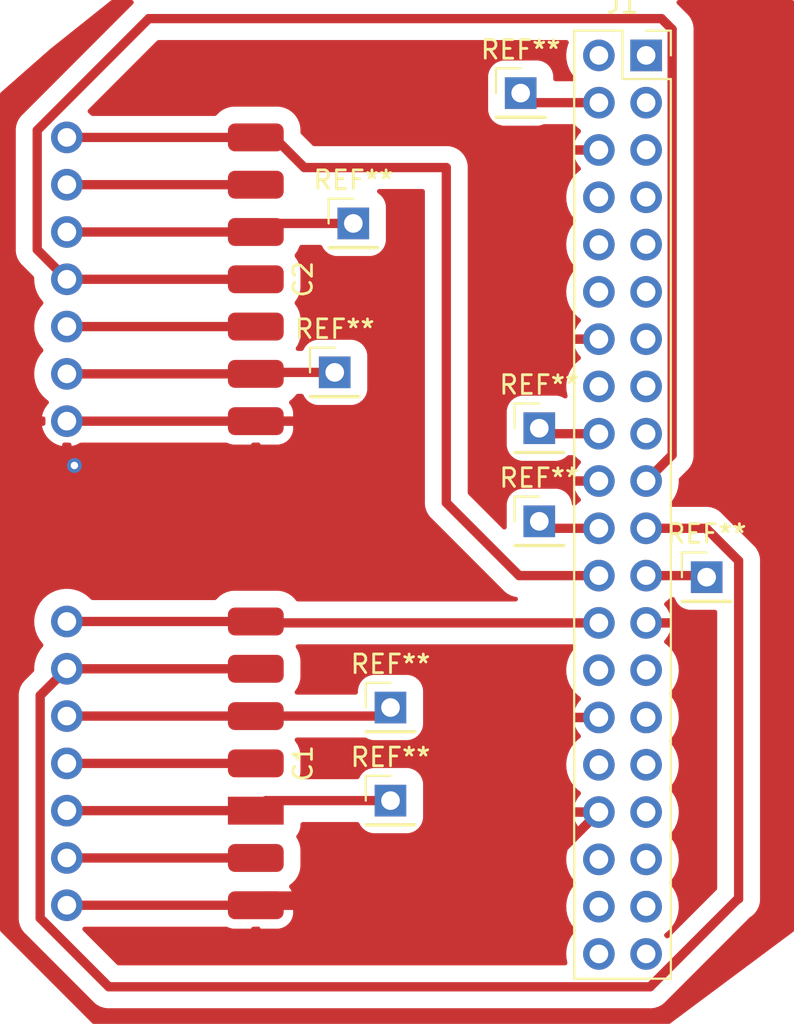
<source format=kicad_pcb>
(kicad_pcb (version 20211014) (generator pcbnew)
  (layers (0 "F.Cu" signal) (31 "B.Cu" signal) (39 "F.Mask" user) (44 "Edge.Cuts" user))
  (net 0 "")
  (net 1 "GND")
  (net 2 "Net-(C1-Pad2)")
  (net 3 "Net-(C1-Pad3)")
  (net 4 "Net-(C1-Pad4)")
  (net 5 "Net-(C1-Pad5)")
  (net 6 "Net-(C1-Pad6)")
  (net 7 "Net-(C1-Pad7)")
  (net 8 "Net-(C2-Pad5)")
  (net 9 "Net-(C2-Pad7)")
  (footprint "Connector_PinHeader_2.54mm:PinHeader_1x01_P2.54mm_Vertical" (layer "F.Cu") (at 49 67)
    (fp_text reference "REF**" (at 0 -2.33) (layer "F.SilkS"))
    (fp_text value "PinHeader_1x01_P2.54mm_Vertical")
    (fp_line (start -1.33 0) (end -1.33 -1.33) (layer "F.SilkS") (width 0.12))
    (fp_line (start -1.33 -1.33) (end 0 -1.33) (layer "F.SilkS") (width 0.12))
    (fp_line (start -1.33 1.27) (end -1.33 1.33) (layer "F.SilkS") (width 0.12))
    (fp_line (start -1.33 1.33) (end 1.33 1.33) (layer "F.SilkS") (width 0.12))
    (fp_line (start 1.33 1.27) (end 1.33 1.33) (layer "F.SilkS") (width 0.12))
    (fp_line (start -1.33 1.27) (end 1.33 1.27) (layer "F.SilkS") (width 0.12))
    (pad "1" thru_hole rect (at 0 0) (size 1.7 1.7) (drill 1) (layers *.Cu *.Mask))
  )
  (footprint "Connector_PinHeader_2.54mm:PinHeader_1x01_P2.54mm_Vertical" (layer "F.Cu") (at 46 49)
    (fp_text reference "REF**" (at 0 -2.33) (layer "F.SilkS"))
    (fp_text value "PinHeader_1x01_P2.54mm_Vertical")
    (fp_line (start 1.33 1.27) (end 1.33 1.33) (layer "F.SilkS") (width 0.12))
    (fp_line (start -1.33 -1.33) (end 0 -1.33) (layer "F.SilkS") (width 0.12))
    (fp_line (start -1.33 1.27) (end 1.33 1.27) (layer "F.SilkS") (width 0.12))
    (fp_line (start -1.33 1.27) (end -1.33 1.33) (layer "F.SilkS") (width 0.12))
    (fp_line (start -1.33 1.33) (end 1.33 1.33) (layer "F.SilkS") (width 0.12))
    (fp_line (start -1.33 0) (end -1.33 -1.33) (layer "F.SilkS") (width 0.12))
    (pad "1" thru_hole rect (at 0 0) (size 1.7 1.7) (drill 1) (layers *.Cu *.Mask) (net 2 "Net-(C1-Pad2)"))
  )
  (footprint "Connector_PinHeader_2.54mm:PinHeader_1x01_P2.54mm_Vertical" (layer "F.Cu") (at 56 34)
    (fp_text reference "REF**" (at 0 -2.33) (layer "F.SilkS"))
    (fp_text value "PinHeader_1x01_P2.54mm_Vertical")
    (fp_line (start -1.33 0) (end -1.33 -1.33) (layer "F.SilkS") (width 0.12))
    (fp_line (start -1.33 1.33) (end 1.33 1.33) (layer "F.SilkS") (width 0.12))
    (fp_line (start -1.33 1.27) (end -1.33 1.33) (layer "F.SilkS") (width 0.12))
    (fp_line (start -1.33 -1.33) (end 0 -1.33) (layer "F.SilkS") (width 0.12))
    (fp_line (start -1.33 1.27) (end 1.33 1.27) (layer "F.SilkS") (width 0.12))
    (fp_line (start 1.33 1.27) (end 1.33 1.33) (layer "F.SilkS") (width 0.12))
    (pad "1" thru_hole rect (at 0 0) (size 1.7 1.7) (drill 1) (layers *.Cu *.Mask) (net 2 "Net-(C1-Pad2)"))
  )
  (footprint "Connector_PinHeader_2.54mm:PinHeader_1x01_P2.54mm_Vertical" (layer "F.Cu") (at 47 41)
    (fp_text reference "REF**" (at 0 -2.33) (layer "F.SilkS"))
    (fp_text value "PinHeader_1x01_P2.54mm_Vertical")
    (fp_line (start 1.33 1.27) (end 1.33 1.33) (layer "F.SilkS") (width 0.12))
    (fp_line (start -1.33 1.27) (end -1.33 1.33) (layer "F.SilkS") (width 0.12))
    (fp_line (start -1.33 0) (end -1.33 -1.33) (layer "F.SilkS") (width 0.12))
    (fp_line (start -1.33 -1.33) (end 0 -1.33) (layer "F.SilkS") (width 0.12))
    (fp_line (start -1.33 1.27) (end 1.33 1.27) (layer "F.SilkS") (width 0.12))
    (fp_line (start -1.33 1.33) (end 1.33 1.33) (layer "F.SilkS") (width 0.12))
    (pad "1" thru_hole rect (at 0 0) (size 1.7 1.7) (drill 1) (layers *.Cu *.Mask) (net 8 "Net-(C2-Pad5)"))
  )
  (footprint "pred:connector placa st7789" (layer "F.Cu") (at 31.595 70 90)
    (fp_text reference "C1" (at 0 12.7 90 unlocked) (layer "F.SilkS"))
    (fp_text value "border_connector")
    (fp_line (start 0 0) (end 0 9.66) (layer "F.Cu") (width 0.5))
    (fp_line (start 5.08 10.16) (end 5.08 0) (layer "F.Cu") (width 0.5))
    (fp_line (start 7.62 0) (end 7.62 10.16) (layer "F.Cu") (width 0.5))
    (fp_line (start 2.54 0) (end 2.54 9.66) (layer "F.Cu") (width 0.5))
    (fp_line (start -7.62 0) (end -7.62 10.16) (layer "F.Cu") (width 0.5))
    (fp_line (start -5.08 0) (end -5.08 9.66) (layer "F.Cu") (width 0.5))
    (fp_line (start -2.54 0) (end -2.54 10.16) (layer "F.Cu") (width 0.5))
    (pad "1" thru_hole oval (at -7.62 0 90) (size 1.7 1.7) (drill 1) (layers *.Cu *.Mask) (net 1 "GND"))
    (pad "1" connect roundrect (at -7.62 10.16 180) (size 3 1.5) (layers "F.Cu" "F.Mask") (net 1 "GND"))
    (pad "2" connect roundrect (at -5.08 10.16 180) (size 3 1.5) (layers "F.Cu" "F.Mask") (net 2 "Net-(C1-Pad2)"))
    (pad "2" thru_hole oval (at -5.08 0 90) (size 1.7 1.7) (drill 1) (layers *.Cu *.Mask) (net 2 "Net-(C1-Pad2)"))
    (pad "3" thru_hole oval (at -2.54 0 90) (size 1.7 1.7) (drill 1) (layers *.Cu *.Mask) (net 3 "Net-(C1-Pad3)"))
    (pad "3" smd rect (at -2.54 10.16 180) (size 3 1.5) (layers "F.Cu" "F.Paste" "F.Mask") (net 3 "Net-(C1-Pad3)"))
    (pad "4" connect roundrect (at 0 10.16 180) (size 3 1.5) (layers "F.Cu" "F.Mask") (net 4 "Net-(C1-Pad4)"))
    (pad "4" thru_hole oval (at 0 0 90) (size 1.7 1.7) (drill 1) (layers *.Cu *.Mask) (net 4 "Net-(C1-Pad4)"))
    (pad "5" connect roundrect (at 2.54 10.16 180) (size 3 1.5) (layers "F.Cu" "F.Mask") (net 5 "Net-(C1-Pad5)"))
    (pad "5" thru_hole oval (at 2.54 0 90) (size 1.7 1.7) (drill 1) (layers *.Cu *.Mask) (net 5 "Net-(C1-Pad5)"))
    (pad "6" connect roundrect (at 5.08 10.16 180) (size 3 1.5) (layers "F.Cu" "F.Mask") (net 6 "Net-(C1-Pad6)"))
    (pad "6" thru_hole oval (at 5.08 0 90) (size 1.7 1.7) (drill 1) (layers *.Cu *.Mask) (net 6 "Net-(C1-Pad6)"))
    (pad "7" connect roundrect (at 7.62 10.16 180) (size 3 1.5) (layers "F.Cu" "F.Mask") (net 7 "Net-(C1-Pad7)"))
    (pad "7" thru_hole oval (at 7.62 0 90) (size 1.7 1.7) (drill 1) (layers *.Cu *.Mask) (net 7 "Net-(C1-Pad7)"))
  )
  (footprint "Connector_PinHeader_2.54mm:PinHeader_1x01_P2.54mm_Vertical" (layer "F.Cu") (at 49 72)
    (fp_text reference "REF**" (at 0 -2.33) (layer "F.SilkS"))
    (fp_text value "PinHeader_1x01_P2.54mm_Vertical")
    (fp_line (start 1.33 1.27) (end 1.33 1.33) (layer "F.SilkS") (width 0.12))
    (fp_line (start -1.33 1.27) (end 1.33 1.27) (layer "F.SilkS") (width 0.12))
    (fp_line (start -1.33 1.33) (end 1.33 1.33) (layer "F.SilkS") (width 0.12))
    (fp_line (start -1.33 -1.33) (end 0 -1.33) (layer "F.SilkS") (width 0.12))
    (fp_line (start -1.33 0) (end -1.33 -1.33) (layer "F.SilkS") (width 0.12))
    (fp_line (start -1.33 1.27) (end -1.33 1.33) (layer "F.SilkS") (width 0.12))
    (pad "1" thru_hole rect (at 0 0) (size 1.7 1.7) (drill 1) (layers *.Cu *.Mask) (net 3 "Net-(C1-Pad3)"))
  )
  (footprint "Connector_PinHeader_2.54mm:PinHeader_1x01_P2.54mm_Vertical" (layer "F.Cu") (at 57 52)
    (fp_text reference "REF**" (at 0 -2.33) (layer "F.SilkS"))
    (fp_text value "PinHeader_1x01_P2.54mm_Vertical")
    (fp_line (start -1.33 1.33) (end 1.33 1.33) (layer "F.SilkS") (width 0.12))
    (fp_line (start 1.33 1.27) (end 1.33 1.33) (layer "F.SilkS") (width 0.12))
    (fp_line (start -1.33 0) (end -1.33 -1.33) (layer "F.SilkS") (width 0.12))
    (fp_line (start -1.33 1.27) (end 1.33 1.27) (layer "F.SilkS") (width 0.12))
    (fp_line (start -1.33 -1.33) (end 0 -1.33) (layer "F.SilkS") (width 0.12))
    (fp_line (start -1.33 1.27) (end -1.33 1.33) (layer "F.SilkS") (width 0.12))
    (pad "1" thru_hole rect (at 0 0) (size 1.7 1.7) (drill 1) (layers *.Cu *.Mask) (net 8 "Net-(C2-Pad5)"))
  )
  (footprint "pred:connector placa st7789" (layer "F.Cu") (at 31.595 44 90)
    (fp_text reference "C2" (at 0 12.7 90 unlocked) (layer "F.SilkS"))
    (fp_text value "border_connector")
    (fp_line (start -5.08 0) (end -5.08 9.66) (layer "F.Cu") (width 0.5))
    (fp_line (start -7.62 0) (end -7.62 10.16) (layer "F.Cu") (width 0.5))
    (fp_line (start 5.08 10.16) (end 5.08 0) (layer "F.Cu") (width 0.5))
    (fp_line (start -2.54 0) (end -2.54 10.16) (layer "F.Cu") (width 0.5))
    (fp_line (start 7.62 0) (end 7.62 10.16) (layer "F.Cu") (width 0.5))
    (fp_line (start 0 0) (end 0 9.66) (layer "F.Cu") (width 0.5))
    (fp_line (start 2.54 0) (end 2.54 9.66) (layer "F.Cu") (width 0.5))
    (pad "1" thru_hole oval (at -7.62 0 90) (size 1.7 1.7) (drill 1) (layers *.Cu *.Mask) (net 1 "GND"))
    (pad "1" connect roundrect (at -7.62 10.16 180) (size 3 1.5) (layers "F.Cu" "F.Mask") (net 1 "GND"))
    (pad "2" connect roundrect (at -5.08 10.16 180) (size 3 1.5) (layers "F.Cu" "F.Mask") (net 2 "Net-(C1-Pad2)"))
    (pad "2" thru_hole oval (at -5.08 0 90) (size 1.7 1.7) (drill 1) (layers *.Cu *.Mask) (net 2 "Net-(C1-Pad2)"))
    (pad "3" connect roundrect (at -2.54 10.16 180) (size 3 1.5) (layers "F.Cu" "F.Mask") (net 3 "Net-(C1-Pad3)"))
    (pad "3" thru_hole oval (at -2.54 0 90) (size 1.7 1.7) (drill 1) (layers *.Cu *.Mask) (net 3 "Net-(C1-Pad3)"))
    (pad "4" thru_hole oval (at 0 0 90) (size 1.7 1.7) (drill 1) (layers *.Cu *.Mask) (net 4 "Net-(C1-Pad4)"))
    (pad "4" connect roundrect (at 0 10.16 180) (size 3 1.5) (layers "F.Cu" "F.Mask") (net 4 "Net-(C1-Pad4)"))
    (pad "5" thru_hole oval (at 2.54 0 90) (size 1.7 1.7) (drill 1) (layers *.Cu *.Mask) (net 8 "Net-(C2-Pad5)"))
    (pad "5" connect roundrect (at 2.54 10.16 180) (size 3 1.5) (layers "F.Cu" "F.Mask") (net 8 "Net-(C2-Pad5)"))
    (pad "6" connect roundrect (at 5.08 10.16 180) (size 3 1.5) (layers "F.Cu" "F.Mask") (net 6 "Net-(C1-Pad6)"))
    (pad "6" thru_hole oval (at 5.08 0 90) (size 1.7 1.7) (drill 1) (layers *.Cu *.Mask) (net 6 "Net-(C1-Pad6)"))
    (pad "7" connect roundrect (at 7.62 10.16 180) (size 3 1.5) (layers "F.Cu" "F.Mask") (net 9 "Net-(C2-Pad7)"))
    (pad "7" thru_hole oval (at 7.62 0 90) (size 1.7 1.7) (drill 1) (layers *.Cu *.Mask) (net 9 "Net-(C2-Pad7)"))
  )
  (footprint "Connector_PinSocket_2.54mm:PinSocket_2x20_P2.54mm_Vertical" (layer "F.Cu") (at 62.745 31.975)
    (fp_text reference "J1" (at -1.27 -2.77) (layer "F.SilkS"))
    (fp_text value "Raspberry_Pi_2_3")
    (fp_line (start -1.27 -1.33) (end -1.27 1.27) (layer "F.SilkS") (width 0.12))
    (fp_line (start -1.27 1.27) (end 1.33 1.27) (layer "F.SilkS") (width 0.12))
    (fp_line (start -3.87 -1.33) (end -1.27 -1.33) (layer "F.SilkS") (width 0.12))
    (fp_line (start -3.87 49.59) (end 1.33 49.59) (layer "F.SilkS") (width 0.12))
    (fp_line (start 0 -1.33) (end 1.33 -1.33) (layer "F.SilkS") (width 0.12))
    (fp_line (start 1.33 1.27) (end 1.33 49.59) (layer "F.SilkS") (width 0.12))
    (fp_line (start 1.33 -1.33) (end 1.33 0) (layer "F.SilkS") (width 0.12))
    (fp_line (start -3.87 -1.33) (end -3.87 49.59) (layer "F.SilkS") (width 0.12))
    (pad "1" thru_hole rect (at 0 0) (size 1.7 1.7) (drill 1) (layers *.Cu *.Mask))
    (pad "2" thru_hole oval (at -2.54 0) (size 1.7 1.7) (drill 1) (layers *.Cu *.Mask))
    (pad "3" thru_hole oval (at 0 2.54) (size 1.7 1.7) (drill 1) (layers *.Cu *.Mask))
    (pad "4" thru_hole oval (at -2.54 2.54) (size 1.7 1.7) (drill 1) (layers *.Cu *.Mask) (net 2 "Net-(C1-Pad2)"))
    (pad "5" thru_hole oval (at 0 5.08) (size 1.7 1.7) (drill 1) (layers *.Cu *.Mask))
    (pad "6" thru_hole oval (at -2.54 5.08) (size 1.7 1.7) (drill 1) (layers *.Cu *.Mask) (net 1 "GND"))
    (pad "7" thru_hole oval (at 0 7.62) (size 1.7 1.7) (drill 1) (layers *.Cu *.Mask))
    (pad "8" thru_hole oval (at -2.54 7.62) (size 1.7 1.7) (drill 1) (layers *.Cu *.Mask))
    (pad "9" thru_hole oval (at 0 10.16) (size 1.7 1.7) (drill 1) (layers *.Cu *.Mask) (net 1 "GND"))
    (pad "10" thru_hole oval (at -2.54 10.16) (size 1.7 1.7) (drill 1) (layers *.Cu *.Mask))
    (pad "11" thru_hole oval (at 0 12.7) (size 1.7 1.7) (drill 1) (layers *.Cu *.Mask))
    (pad "12" thru_hole oval (at -2.54 12.7) (size 1.7 1.7) (drill 1) (layers *.Cu *.Mask))
    (pad "13" thru_hole oval (at 0 15.24) (size 1.7 1.7) (drill 1) (layers *.Cu *.Mask))
    (pad "14" thru_hole oval (at -2.54 15.24) (size 1.7 1.7) (drill 1) (layers *.Cu *.Mask) (net 1 "GND"))
    (pad "15" thru_hole oval (at 0 17.78) (size 1.7 1.7) (drill 1) (layers *.Cu *.Mask))
    (pad "16" thru_hole oval (at -2.54 17.78) (size 1.7 1.7) (drill 1) (layers *.Cu *.Mask))
    (pad "17" thru_hole oval (at 0 20.32) (size 1.7 1.7) (drill 1) (layers *.Cu *.Mask))
    (pad "18" thru_hole oval (at -2.54 20.32) (size 1.7 1.7) (drill 1) (layers *.Cu *.Mask) (net 8 "Net-(C2-Pad5)"))
    (pad "19" thru_hole oval (at 0 22.86) (size 1.7 1.7) (drill 1) (layers *.Cu *.Mask) (net 4 "Net-(C1-Pad4)"))
    (pad "20" thru_hole oval (at -2.54 22.86) (size 1.7 1.7) (drill 1) (layers *.Cu *.Mask) (net 1 "GND"))
    (pad "21" thru_hole oval (at 0 25.4) (size 1.7 1.7) (drill 1) (layers *.Cu *.Mask) (net 6 "Net-(C1-Pad6)"))
    (pad "22" thru_hole oval (at -2.54 25.4) (size 1.7 1.7) (drill 1) (layers *.Cu *.Mask) (net 5 "Net-(C1-Pad5)"))
    (pad "23" thru_hole oval (at 0 27.94) (size 1.7 1.7) (drill 1) (layers *.Cu *.Mask) (net 3 "Net-(C1-Pad3)"))
    (pad "24" thru_hole oval (at -2.54 27.94) (size 1.7 1.7) (drill 1) (layers *.Cu *.Mask) (net 9 "Net-(C2-Pad7)"))
    (pad "25" thru_hole oval (at 0 30.48) (size 1.7 1.7) (drill 1) (layers *.Cu *.Mask) (net 1 "GND"))
    (pad "26" thru_hole oval (at -2.54 30.48) (size 1.7 1.7) (drill 1) (layers *.Cu *.Mask) (net 7 "Net-(C1-Pad7)"))
    (pad "27" thru_hole oval (at 0 33.02) (size 1.7 1.7) (drill 1) (layers *.Cu *.Mask))
    (pad "28" thru_hole oval (at -2.54 33.02) (size 1.7 1.7) (drill 1) (layers *.Cu *.Mask))
    (pad "29" thru_hole oval (at 0 35.56) (size 1.7 1.7) (drill 1) (layers *.Cu *.Mask))
    (pad "30" thru_hole oval (at -2.54 35.56) (size 1.7 1.7) (drill 1) (layers *.Cu *.Mask) (net 1 "GND"))
    (pad "31" thru_hole oval (at 0 38.1) (size 1.7 1.7) (drill 1) (layers *.Cu *.Mask))
    (pad "32" thru_hole oval (at -2.54 38.1) (size 1.7 1.7) (drill 1) (layers *.Cu *.Mask))
    (pad "33" thru_hole oval (at 0 40.64) (size 1.7 1.7) (drill 1) (layers *.Cu *.Mask))
    (pad "34" thru_hole oval (at -2.54 40.64) (size 1.7 1.7) (drill 1) (layers *.Cu *.Mask) (net 1 "GND"))
    (pad "35" thru_hole oval (at 0 43.18) (size 1.7 1.7) (drill 1) (layers *.Cu *.Mask))
    (pad "36" thru_hole oval (at -2.54 43.18) (size 1.7 1.7) (drill 1) (layers *.Cu *.Mask))
    (pad "37" thru_hole oval (at 0 45.72) (size 1.7 1.7) (drill 1) (layers *.Cu *.Mask))
    (pad "38" thru_hole oval (at -2.54 45.72) (size 1.7 1.7) (drill 1) (layers *.Cu *.Mask))
    (pad "39" thru_hole oval (at 0 48.26) (size 1.7 1.7) (drill 1) (layers *.Cu *.Mask) (net 1 "GND"))
    (pad "40" thru_hole oval (at -2.54 48.26) (size 1.7 1.7) (drill 1) (layers *.Cu *.Mask))
  )
  (footprint "Connector_PinHeader_2.54mm:PinHeader_1x01_P2.54mm_Vertical" (layer "F.Cu") (at 66 60)
    (fp_text reference "REF**" (at 0 -2.33) (layer "F.SilkS"))
    (fp_text value "PinHeader_1x01_P2.54mm_Vertical")
    (fp_line (start 1.33 1.27) (end 1.33 1.33) (layer "F.SilkS") (width 0.12))
    (fp_line (start -1.33 1.27) (end 1.33 1.27) (layer "F.SilkS") (width 0.12))
    (fp_line (start -1.33 1.33) (end 1.33 1.33) (layer "F.SilkS") (width 0.12))
    (fp_line (start -1.33 -1.33) (end 0 -1.33) (layer "F.SilkS") (width 0.12))
    (fp_line (start -1.33 0) (end -1.33 -1.33) (layer "F.SilkS") (width 0.12))
    (fp_line (start -1.33 1.27) (end -1.33 1.33) (layer "F.SilkS") (width 0.12))
    (pad "1" thru_hole rect (at 0 0) (size 1.7 1.7) (drill 1) (layers *.Cu *.Mask) (net 3 "Net-(C1-Pad3)"))
  )
  (footprint "Connector_PinHeader_2.54mm:PinHeader_1x01_P2.54mm_Vertical" (layer "F.Cu") (at 57 57)
    (fp_text reference "REF**" (at 0 -2.33) (layer "F.SilkS"))
    (fp_text value "PinHeader_1x01_P2.54mm_Vertical")
    (fp_line (start -1.33 1.27) (end -1.33 1.33) (layer "F.SilkS") (width 0.12))
    (fp_line (start -1.33 -1.33) (end 0 -1.33) (layer "F.SilkS") (width 0.12))
    (fp_line (start 1.33 1.27) (end 1.33 1.33) (layer "F.SilkS") (width 0.12))
    (fp_line (start -1.33 1.27) (end 1.33 1.27) (layer "F.SilkS") (width 0.12))
    (fp_line (start -1.33 1.33) (end 1.33 1.33) (layer "F.SilkS") (width 0.12))
    (fp_line (start -1.33 0) (end -1.33 -1.33) (layer "F.SilkS") (width 0.12))
    (pad "1" thru_hole rect (at 0 0) (size 1.7 1.7) (drill 1) (layers *.Cu *.Mask) (net 5 "Net-(C1-Pad5)"))
  )
  (segment (start 55.694635 77.125365) (end 42.249635 77.125365) (width 0.5) (layer "F.Cu") (net 1))
  (segment (start 60.205 72.615) (end 55.694635 77.125365) (width 0.5) (layer "F.Cu") (net 1))
  (via (at 32 54) (size 0.8) (drill 0.4) (layers "F.Cu" "B.Cu") (net 1))
  (segment (start 56.515 34.515) (end 56 34) (width 0.5) (layer "F.Cu") (net 2))
  (segment (start 46 49) (end 42.03452 49) (width 0.5) (layer "F.Cu") (net 2))
  (segment (start 60.205 34.515) (end 56.515 34.515) (width 0.5) (layer "F.Cu") (net 2))
  (segment (start 42.03452 49) (end 41.95452 49.08) (width 0.5) (layer "F.Cu") (net 2))
  (segment (start 49 72) (end 42.295 72) (width 0.5) (layer "F.Cu") (net 3))
  (segment (start 62.745 59.915) (end 65.915 59.915) (width 0.5) (layer "F.Cu") (net 3))
  (segment (start 42.295 72) (end 42.249635 72.045365) (width 0.5) (layer "F.Cu") (net 3))
  (segment (start 65.915 59.915) (end 66 60) (width 0.5) (layer "F.Cu") (net 3))
  (segment (start 64.144511 30.575489) (end 63.569022 30) (width 0.5) (layer "F.Cu") (net 4))
  (segment (start 30 36) (end 30 42.405) (width 0.5) (layer "F.Cu") (net 4))
  (segment (start 64.144511 53.435489) (end 64.144511 30.575489) (width 0.5) (layer "F.Cu") (net 4))
  (segment (start 63.569022 30) (end 36 30) (width 0.5) (layer "F.Cu") (net 4))
  (segment (start 30 42.405) (end 31.029654 43.434654) (width 0.5) (layer "F.Cu") (net 4))
  (segment (start 62.745 54.835) (end 64.144511 53.435489) (width 0.5) (layer "F.Cu") (net 4))
  (segment (start 36 30) (end 30 36) (width 0.5) (layer "F.Cu") (net 4))
  (segment (start 49 67) (end 48.54 67.46) (width 0.5) (layer "F.Cu") (net 5))
  (segment (start 57.375 57.375) (end 57 57) (width 0.5) (layer "F.Cu") (net 5))
  (segment (start 48.54 67.46) (end 41.95452 67.46) (width 0.5) (layer "F.Cu") (net 5))
  (segment (start 60.205 57.375) (end 57.375 57.375) (width 0.5) (layer "F.Cu") (net 5))
  (segment (start 33.85 82) (end 62.959209 82) (width 0.5) (layer "F.Cu") (net 6))
  (segment (start 30.16 66.355) (end 30.16 78.31) (width 0.5) (layer "F.Cu") (net 6))
  (segment (start 31.100365 65.414635) (end 30.16 66.355) (width 0.5) (layer "F.Cu") (net 6))
  (segment (start 62.959209 82) (end 67.679209 77.28) (width 0.5) (layer "F.Cu") (net 6))
  (segment (start 65.974022 57.375) (end 62.745 57.375) (width 0.5) (layer "F.Cu") (net 6))
  (segment (start 67.679209 77.28) (end 67.72 77.28) (width 0.5) (layer "F.Cu") (net 6))
  (segment (start 67.72 59.120978) (end 65.974022 57.375) (width 0.5) (layer "F.Cu") (net 6))
  (segment (start 30.16 78.31) (end 33.85 82) (width 0.5) (layer "F.Cu") (net 6))
  (segment (start 67.72 77.28) (end 67.72 59.120978) (width 0.5) (layer "F.Cu") (net 6))
  (segment (start 60.205 62.455) (end 42.81927 62.455) (width 0.5) (layer "F.Cu") (net 7))
  (segment (start 42.81927 62.455) (end 42.249635 61.885365) (width 0.5) (layer "F.Cu") (net 7))
  (segment (start 57.295 52.295) (end 57 52) (width 0.5) (layer "F.Cu") (net 8))
  (segment (start 47 41) (end 42.41452 41) (width 0.5) (layer "F.Cu") (net 8))
  (segment (start 60.205 52.295) (end 57.295 52.295) (width 0.5) (layer "F.Cu") (net 8))
  (segment (start 42.41452 41) (end 41.95452 41.46) (width 0.5) (layer "F.Cu") (net 8))
  (segment (start 52 56) (end 52 38) (width 0.5) (layer "F.Cu") (net 9))
  (segment (start 55.915 59.915) (end 52 56) (width 0.5) (layer "F.Cu") (net 9))
  (segment (start 44.36427 38) (end 42.249635 35.885365) (width 0.5) (layer "F.Cu") (net 9))
  (segment (start 60.205 59.915) (end 55.915 59.915) (width 0.5) (layer "F.Cu") (net 9))
  (segment (start 52 38) (end 44.36427 38) (width 0.5) (layer "F.Cu") (net 9))
  (zone (net 1) (net_name "GND") (layer "F.Cu") (connect_pads (clearance 0.9)) (min_thickness 0.254) (fill yes (thermal_gap 0.508) (thermal_bridge_width 0.508))
    (polygon (pts (xy 70.72 79) (xy 64 84) (xy 33 84) (xy 28 79) (xy 28 34) (xy 29.35 32.815) (xy 30.7 31.63) (xy 34 29) (xy 70.72 29)))
  )
)
</source>
